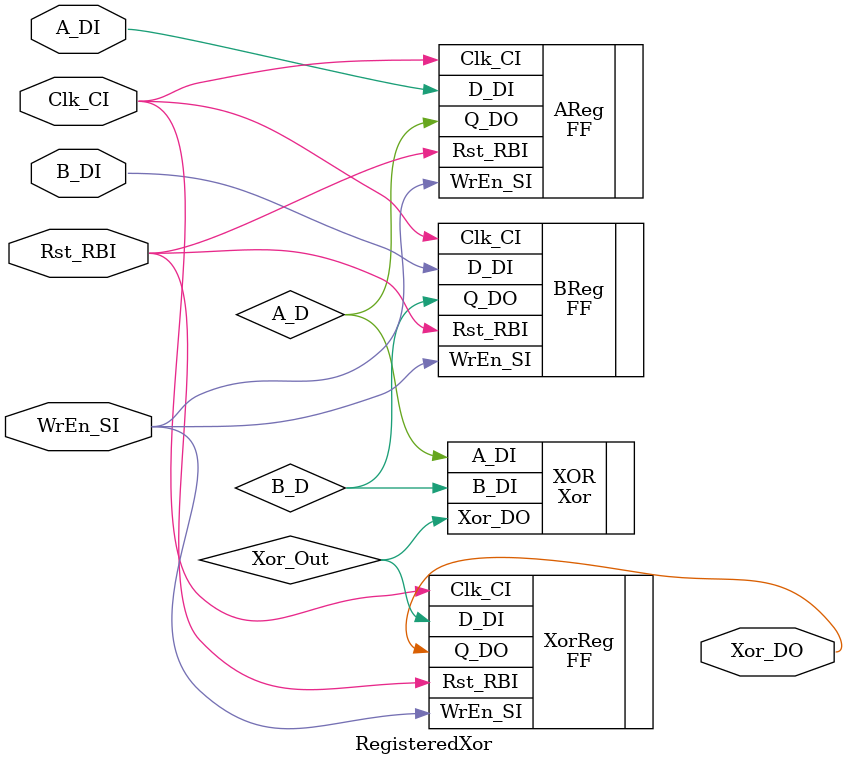
<source format=v>
/*
 * RegisteredXor.v
 * RegisteredXOR gate
 *
 * Author: Greg George
 * Last update: April 14, 2021
 */

module RegisteredXor
#(
   parameter DATA_WIDTH = 1 // Number of bits to XOR, not used for now
)
(
   input Clk_CI, // Clock input
   input Rst_RBI, // Reset signal
   input WrEn_SI, // Write-enable

   input [DATA_WIDTH-1:0] A_DI,
   input [DATA_WIDTH-1:0] B_DI,
   
   output [DATA_WIDTH-1:0] Xor_DO
);

wire [DATA_WIDTH-1:0] A_D, B_D, Xor_Out;

////////////////////////
// Input registers
////////////////////////

 FF #(
   .DATA_WIDTH ( DATA_WIDTH )
 )
 AReg
 (
   .Clk_CI  ( Clk_CI  ),
   .Rst_RBI ( Rst_RBI ),
   .WrEn_SI ( WrEn_SI ),
   .D_DI    ( A_DI    ),
   .Q_DO    ( A_D     )
 );
 
 FF #(
   .DATA_WIDTH ( DATA_WIDTH )
 )
 BReg
 (
   .Clk_CI  ( Clk_CI  ),
   .Rst_RBI ( Rst_RBI ),
   .WrEn_SI ( WrEn_SI ),
   .D_DI    ( B_DI    ),
   .Q_DO    ( B_D     )
 );

////////////////////////
// XOR
////////////////////////

 Xor #(
   .DATA_WIDTH ( DATA_WIDTH )
 )
 XOR
 (
   .A_DI    ( A_D    ),
   .B_DI    ( B_D    ),
   .Xor_DO ( Xor_Out )

 );

 ////////////////////////
 // Output registers
 //////////////////////// 

 FF #(
   .DATA_WIDTH ( DATA_WIDTH )
 )
 XorReg
 (
   .Clk_CI  ( Clk_CI  ),
   .Rst_RBI ( Rst_RBI ),
   .WrEn_SI ( WrEn_SI ),
   .D_DI    ( Xor_Out   ),
   .Q_DO    ( Xor_DO  )
 ); 

endmodule

</source>
